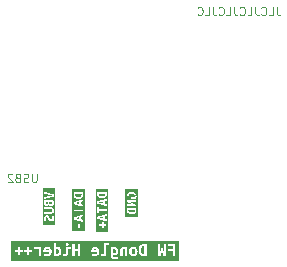
<source format=gbr>
%TF.GenerationSoftware,KiCad,Pcbnew,8.0.8*%
%TF.CreationDate,2025-02-21T00:18:55+11:00*%
%TF.ProjectId,FrameworkDongleHiderRetrofit,4672616d-6577-46f7-926b-446f6e676c65,rev?*%
%TF.SameCoordinates,Original*%
%TF.FileFunction,Legend,Bot*%
%TF.FilePolarity,Positive*%
%FSLAX46Y46*%
G04 Gerber Fmt 4.6, Leading zero omitted, Abs format (unit mm)*
G04 Created by KiCad (PCBNEW 8.0.8) date 2025-02-21 00:18:55*
%MOMM*%
%LPD*%
G01*
G04 APERTURE LIST*
%ADD10C,0.120000*%
%ADD11C,0.000000*%
%ADD12C,0.100000*%
%ADD13R,1.000000X0.380000*%
%ADD14R,1.150000X0.700000*%
%ADD15O,2.500000X1.300000*%
%ADD16R,1.500000X1.500000*%
G04 APERTURE END LIST*
D10*
X160910833Y-91798093D02*
X160910833Y-92298093D01*
X160910833Y-92298093D02*
X160944166Y-92398093D01*
X160944166Y-92398093D02*
X161010833Y-92464760D01*
X161010833Y-92464760D02*
X161110833Y-92498093D01*
X161110833Y-92498093D02*
X161177500Y-92498093D01*
X160244167Y-92498093D02*
X160577500Y-92498093D01*
X160577500Y-92498093D02*
X160577500Y-91798093D01*
X159610833Y-92431426D02*
X159644166Y-92464760D01*
X159644166Y-92464760D02*
X159744166Y-92498093D01*
X159744166Y-92498093D02*
X159810833Y-92498093D01*
X159810833Y-92498093D02*
X159910833Y-92464760D01*
X159910833Y-92464760D02*
X159977500Y-92398093D01*
X159977500Y-92398093D02*
X160010833Y-92331426D01*
X160010833Y-92331426D02*
X160044166Y-92198093D01*
X160044166Y-92198093D02*
X160044166Y-92098093D01*
X160044166Y-92098093D02*
X160010833Y-91964760D01*
X160010833Y-91964760D02*
X159977500Y-91898093D01*
X159977500Y-91898093D02*
X159910833Y-91831426D01*
X159910833Y-91831426D02*
X159810833Y-91798093D01*
X159810833Y-91798093D02*
X159744166Y-91798093D01*
X159744166Y-91798093D02*
X159644166Y-91831426D01*
X159644166Y-91831426D02*
X159610833Y-91864760D01*
X159110833Y-91798093D02*
X159110833Y-92298093D01*
X159110833Y-92298093D02*
X159144166Y-92398093D01*
X159144166Y-92398093D02*
X159210833Y-92464760D01*
X159210833Y-92464760D02*
X159310833Y-92498093D01*
X159310833Y-92498093D02*
X159377500Y-92498093D01*
X158444167Y-92498093D02*
X158777500Y-92498093D01*
X158777500Y-92498093D02*
X158777500Y-91798093D01*
X157810833Y-92431426D02*
X157844166Y-92464760D01*
X157844166Y-92464760D02*
X157944166Y-92498093D01*
X157944166Y-92498093D02*
X158010833Y-92498093D01*
X158010833Y-92498093D02*
X158110833Y-92464760D01*
X158110833Y-92464760D02*
X158177500Y-92398093D01*
X158177500Y-92398093D02*
X158210833Y-92331426D01*
X158210833Y-92331426D02*
X158244166Y-92198093D01*
X158244166Y-92198093D02*
X158244166Y-92098093D01*
X158244166Y-92098093D02*
X158210833Y-91964760D01*
X158210833Y-91964760D02*
X158177500Y-91898093D01*
X158177500Y-91898093D02*
X158110833Y-91831426D01*
X158110833Y-91831426D02*
X158010833Y-91798093D01*
X158010833Y-91798093D02*
X157944166Y-91798093D01*
X157944166Y-91798093D02*
X157844166Y-91831426D01*
X157844166Y-91831426D02*
X157810833Y-91864760D01*
X157310833Y-91798093D02*
X157310833Y-92298093D01*
X157310833Y-92298093D02*
X157344166Y-92398093D01*
X157344166Y-92398093D02*
X157410833Y-92464760D01*
X157410833Y-92464760D02*
X157510833Y-92498093D01*
X157510833Y-92498093D02*
X157577500Y-92498093D01*
X156644167Y-92498093D02*
X156977500Y-92498093D01*
X156977500Y-92498093D02*
X156977500Y-91798093D01*
X156010833Y-92431426D02*
X156044166Y-92464760D01*
X156044166Y-92464760D02*
X156144166Y-92498093D01*
X156144166Y-92498093D02*
X156210833Y-92498093D01*
X156210833Y-92498093D02*
X156310833Y-92464760D01*
X156310833Y-92464760D02*
X156377500Y-92398093D01*
X156377500Y-92398093D02*
X156410833Y-92331426D01*
X156410833Y-92331426D02*
X156444166Y-92198093D01*
X156444166Y-92198093D02*
X156444166Y-92098093D01*
X156444166Y-92098093D02*
X156410833Y-91964760D01*
X156410833Y-91964760D02*
X156377500Y-91898093D01*
X156377500Y-91898093D02*
X156310833Y-91831426D01*
X156310833Y-91831426D02*
X156210833Y-91798093D01*
X156210833Y-91798093D02*
X156144166Y-91798093D01*
X156144166Y-91798093D02*
X156044166Y-91831426D01*
X156044166Y-91831426D02*
X156010833Y-91864760D01*
X155510833Y-91798093D02*
X155510833Y-92298093D01*
X155510833Y-92298093D02*
X155544166Y-92398093D01*
X155544166Y-92398093D02*
X155610833Y-92464760D01*
X155610833Y-92464760D02*
X155710833Y-92498093D01*
X155710833Y-92498093D02*
X155777500Y-92498093D01*
X154844167Y-92498093D02*
X155177500Y-92498093D01*
X155177500Y-92498093D02*
X155177500Y-91798093D01*
X154210833Y-92431426D02*
X154244166Y-92464760D01*
X154244166Y-92464760D02*
X154344166Y-92498093D01*
X154344166Y-92498093D02*
X154410833Y-92498093D01*
X154410833Y-92498093D02*
X154510833Y-92464760D01*
X154510833Y-92464760D02*
X154577500Y-92398093D01*
X154577500Y-92398093D02*
X154610833Y-92331426D01*
X154610833Y-92331426D02*
X154644166Y-92198093D01*
X154644166Y-92198093D02*
X154644166Y-92098093D01*
X154644166Y-92098093D02*
X154610833Y-91964760D01*
X154610833Y-91964760D02*
X154577500Y-91898093D01*
X154577500Y-91898093D02*
X154510833Y-91831426D01*
X154510833Y-91831426D02*
X154410833Y-91798093D01*
X154410833Y-91798093D02*
X154344166Y-91798093D01*
X154344166Y-91798093D02*
X154244166Y-91831426D01*
X154244166Y-91831426D02*
X154210833Y-91864760D01*
X140594166Y-105907593D02*
X140594166Y-106474260D01*
X140594166Y-106474260D02*
X140560833Y-106540926D01*
X140560833Y-106540926D02*
X140527499Y-106574260D01*
X140527499Y-106574260D02*
X140460833Y-106607593D01*
X140460833Y-106607593D02*
X140327499Y-106607593D01*
X140327499Y-106607593D02*
X140260833Y-106574260D01*
X140260833Y-106574260D02*
X140227499Y-106540926D01*
X140227499Y-106540926D02*
X140194166Y-106474260D01*
X140194166Y-106474260D02*
X140194166Y-105907593D01*
X139894166Y-106574260D02*
X139794166Y-106607593D01*
X139794166Y-106607593D02*
X139627500Y-106607593D01*
X139627500Y-106607593D02*
X139560833Y-106574260D01*
X139560833Y-106574260D02*
X139527500Y-106540926D01*
X139527500Y-106540926D02*
X139494166Y-106474260D01*
X139494166Y-106474260D02*
X139494166Y-106407593D01*
X139494166Y-106407593D02*
X139527500Y-106340926D01*
X139527500Y-106340926D02*
X139560833Y-106307593D01*
X139560833Y-106307593D02*
X139627500Y-106274260D01*
X139627500Y-106274260D02*
X139760833Y-106240926D01*
X139760833Y-106240926D02*
X139827500Y-106207593D01*
X139827500Y-106207593D02*
X139860833Y-106174260D01*
X139860833Y-106174260D02*
X139894166Y-106107593D01*
X139894166Y-106107593D02*
X139894166Y-106040926D01*
X139894166Y-106040926D02*
X139860833Y-105974260D01*
X139860833Y-105974260D02*
X139827500Y-105940926D01*
X139827500Y-105940926D02*
X139760833Y-105907593D01*
X139760833Y-105907593D02*
X139594166Y-105907593D01*
X139594166Y-105907593D02*
X139494166Y-105940926D01*
X138960833Y-106240926D02*
X138860833Y-106274260D01*
X138860833Y-106274260D02*
X138827499Y-106307593D01*
X138827499Y-106307593D02*
X138794166Y-106374260D01*
X138794166Y-106374260D02*
X138794166Y-106474260D01*
X138794166Y-106474260D02*
X138827499Y-106540926D01*
X138827499Y-106540926D02*
X138860833Y-106574260D01*
X138860833Y-106574260D02*
X138927499Y-106607593D01*
X138927499Y-106607593D02*
X139194166Y-106607593D01*
X139194166Y-106607593D02*
X139194166Y-105907593D01*
X139194166Y-105907593D02*
X138960833Y-105907593D01*
X138960833Y-105907593D02*
X138894166Y-105940926D01*
X138894166Y-105940926D02*
X138860833Y-105974260D01*
X138860833Y-105974260D02*
X138827499Y-106040926D01*
X138827499Y-106040926D02*
X138827499Y-106107593D01*
X138827499Y-106107593D02*
X138860833Y-106174260D01*
X138860833Y-106174260D02*
X138894166Y-106207593D01*
X138894166Y-106207593D02*
X138960833Y-106240926D01*
X138960833Y-106240926D02*
X139194166Y-106240926D01*
X138527499Y-105974260D02*
X138494166Y-105940926D01*
X138494166Y-105940926D02*
X138427499Y-105907593D01*
X138427499Y-105907593D02*
X138260833Y-105907593D01*
X138260833Y-105907593D02*
X138194166Y-105940926D01*
X138194166Y-105940926D02*
X138160833Y-105974260D01*
X138160833Y-105974260D02*
X138127499Y-106040926D01*
X138127499Y-106040926D02*
X138127499Y-106107593D01*
X138127499Y-106107593D02*
X138160833Y-106207593D01*
X138160833Y-106207593D02*
X138560833Y-106607593D01*
X138560833Y-106607593D02*
X138127499Y-106607593D01*
D11*
%TO.C,kibuzzard-67B71FEC*%
G36*
X152646778Y-113270910D02*
G01*
X152310214Y-113270910D01*
X150890182Y-113270910D01*
X149688243Y-113270910D01*
X148775481Y-113270910D01*
X147660779Y-113270910D01*
X147235901Y-113270910D01*
X146226208Y-113270910D01*
X145483074Y-113270910D01*
X143599390Y-113270910D01*
X142987112Y-113270910D01*
X142313445Y-113270910D01*
X141444301Y-113270910D01*
X140759326Y-113270910D01*
X139806175Y-113270910D01*
X138998421Y-113270910D01*
X138744786Y-113270910D01*
X138408222Y-113270910D01*
X138408222Y-112359225D01*
X138744786Y-112359225D01*
X138744786Y-112522391D01*
X138998421Y-112522391D01*
X138998421Y-112803489D01*
X139169665Y-112803489D01*
X139169665Y-112522391D01*
X139423300Y-112522391D01*
X139423300Y-112359225D01*
X139552540Y-112359225D01*
X139552540Y-112522391D01*
X139806175Y-112522391D01*
X139806175Y-112803489D01*
X139977419Y-112803489D01*
X139977419Y-112522391D01*
X140231054Y-112522391D01*
X140231054Y-112359225D01*
X139977419Y-112359225D01*
X139977419Y-112123360D01*
X140361910Y-112123360D01*
X140397452Y-112307528D01*
X140443494Y-112297835D01*
X140497613Y-112288950D01*
X140550925Y-112283296D01*
X140594544Y-112281680D01*
X140676935Y-112285719D01*
X140759326Y-112301066D01*
X140759326Y-112864879D01*
X140959649Y-112864879D01*
X140959649Y-112475541D01*
X141159972Y-112475541D01*
X141160779Y-112515929D01*
X141163203Y-112549855D01*
X141655933Y-112549855D01*
X141640586Y-112616292D01*
X141594544Y-112666979D01*
X141524269Y-112699087D01*
X141436224Y-112709790D01*
X141322330Y-112696866D01*
X141231054Y-112671018D01*
X141203590Y-112840646D01*
X141313445Y-112870533D01*
X141444301Y-112882649D01*
X141536183Y-112876389D01*
X141617968Y-112857609D01*
X141653048Y-112842262D01*
X142024269Y-112842262D01*
X142085254Y-112858417D01*
X142158356Y-112871341D01*
X142236708Y-112879822D01*
X142313445Y-112882649D01*
X142422312Y-112870982D01*
X142511973Y-112835979D01*
X142516091Y-112832569D01*
X142772250Y-112832569D01*
X142887758Y-112872149D01*
X142987112Y-112882649D01*
X143058397Y-112876995D01*
X143100370Y-112864879D01*
X143599390Y-112864879D01*
X143798098Y-112864879D01*
X143798098Y-112423845D01*
X144063041Y-112423845D01*
X144063041Y-112864879D01*
X144261749Y-112864879D01*
X144261749Y-112475541D01*
X145198744Y-112475541D01*
X145199552Y-112515929D01*
X145201975Y-112549855D01*
X145694705Y-112549855D01*
X145679358Y-112616292D01*
X145633316Y-112666979D01*
X145563041Y-112699087D01*
X145474996Y-112709790D01*
X145361103Y-112696866D01*
X145269826Y-112671018D01*
X145242363Y-112840646D01*
X145352217Y-112870533D01*
X145483074Y-112882649D01*
X145574956Y-112876389D01*
X145656741Y-112857609D01*
X145713976Y-112832569D01*
X146003267Y-112832569D01*
X146025077Y-112843877D01*
X146069503Y-112860840D01*
X146136547Y-112876187D01*
X146226208Y-112882649D01*
X146344947Y-112862254D01*
X146426531Y-112801066D01*
X146473784Y-112700703D01*
X146489536Y-112562779D01*
X146489536Y-112129822D01*
X146857872Y-112129822D01*
X146857872Y-112772795D01*
X146867834Y-112885880D01*
X146897721Y-112977426D01*
X146947532Y-113047431D01*
X147019422Y-113096794D01*
X147115545Y-113126412D01*
X147235901Y-113136284D01*
X147305569Y-113132649D01*
X147372411Y-113121745D01*
X147497613Y-113087819D01*
X147460456Y-112919806D01*
X147361910Y-112952924D01*
X147232670Y-112968271D01*
X147147048Y-112956155D01*
X147093736Y-112923037D01*
X147066272Y-112873764D01*
X147058195Y-112813183D01*
X147058195Y-112782488D01*
X147134931Y-112806721D01*
X147210053Y-112814798D01*
X147301149Y-112804387D01*
X147376270Y-112773154D01*
X147435416Y-112721099D01*
X147478047Y-112650555D01*
X147503626Y-112563856D01*
X147512153Y-112461002D01*
X147509718Y-112436769D01*
X147660779Y-112436769D01*
X147660779Y-112864879D01*
X147859487Y-112864879D01*
X147859487Y-112462617D01*
X147865545Y-112370937D01*
X147883720Y-112309144D01*
X147982266Y-112262294D01*
X148026692Y-112263910D01*
X148072734Y-112268756D01*
X148072734Y-112864879D01*
X148271442Y-112864879D01*
X148271442Y-112483619D01*
X148418453Y-112483619D01*
X148424915Y-112569847D01*
X148444301Y-112647593D01*
X148475400Y-112716050D01*
X148516999Y-112774410D01*
X148568494Y-112821664D01*
X148629277Y-112856801D01*
X148698542Y-112878611D01*
X148775481Y-112885880D01*
X148852419Y-112878611D01*
X148921684Y-112856801D01*
X148982670Y-112821664D01*
X149034770Y-112774410D01*
X149076975Y-112716050D01*
X149108275Y-112647593D01*
X149127662Y-112569847D01*
X149134124Y-112483619D01*
X149127460Y-112398603D01*
X149118534Y-112364071D01*
X149224592Y-112364071D01*
X149233275Y-112492706D01*
X149259326Y-112600743D01*
X149300723Y-112689394D01*
X149355448Y-112759871D01*
X149422694Y-112812981D01*
X149501652Y-112849532D01*
X149590707Y-112870735D01*
X149688243Y-112877803D01*
X149792443Y-112872149D01*
X149901490Y-112853570D01*
X149901490Y-111877803D01*
X149816407Y-111864879D01*
X150833639Y-111864879D01*
X150838485Y-111989475D01*
X150843332Y-112117706D01*
X150848582Y-112247351D01*
X150854641Y-112376187D01*
X150861708Y-112503611D01*
X150869988Y-112629015D01*
X150879479Y-112750178D01*
X150890182Y-112864879D01*
X151054964Y-112864879D01*
X151090505Y-112759265D01*
X151126046Y-112645977D01*
X151161587Y-112531478D01*
X151197128Y-112422229D01*
X151233477Y-112528449D01*
X151271442Y-112643554D01*
X151308599Y-112758659D01*
X151342524Y-112864879D01*
X151507306Y-112864879D01*
X151519422Y-112749976D01*
X151529923Y-112628207D01*
X151539011Y-112502197D01*
X151546886Y-112374572D01*
X151553550Y-112245735D01*
X151559002Y-112116090D01*
X151562006Y-112029661D01*
X151697936Y-112029661D01*
X152111506Y-112029661D01*
X152111506Y-112271987D01*
X151749632Y-112271987D01*
X151749632Y-112436769D01*
X152111506Y-112436769D01*
X152111506Y-112864879D01*
X152310214Y-112864879D01*
X152310214Y-111864879D01*
X151697936Y-111864879D01*
X151697936Y-112029661D01*
X151562006Y-112029661D01*
X151563445Y-111988263D01*
X151567080Y-111864879D01*
X151382912Y-111864879D01*
X151384527Y-111961809D01*
X151386143Y-112061971D01*
X151387758Y-112163546D01*
X151389374Y-112264717D01*
X151390989Y-112364475D01*
X151392605Y-112461809D01*
X151393817Y-112554903D01*
X151394221Y-112641939D01*
X151361103Y-112528853D01*
X151325561Y-112407690D01*
X151294059Y-112297835D01*
X151271442Y-112218675D01*
X151126046Y-112218675D01*
X151106660Y-112294604D01*
X151078389Y-112394766D01*
X151044463Y-112512698D01*
X151008114Y-112641939D01*
X151008518Y-112554903D01*
X151009729Y-112461809D01*
X151011345Y-112364677D01*
X151012960Y-112265525D01*
X151014576Y-112164758D01*
X151016191Y-112062779D01*
X151017403Y-111962011D01*
X151017807Y-111864879D01*
X150833639Y-111864879D01*
X149816407Y-111864879D01*
X149773865Y-111858417D01*
X149662395Y-111853570D01*
X149568090Y-111860840D01*
X149482266Y-111882649D01*
X149406943Y-111920008D01*
X149344140Y-111973926D01*
X149293857Y-112044604D01*
X149256095Y-112132246D01*
X149232468Y-112238263D01*
X149224592Y-112364071D01*
X149118534Y-112364071D01*
X149107468Y-112321260D01*
X149075561Y-112253005D01*
X149033154Y-112195250D01*
X148980852Y-112148805D01*
X148919261Y-112114475D01*
X148850198Y-112093271D01*
X148775481Y-112086204D01*
X148699754Y-112093271D01*
X148630893Y-112114475D01*
X148569907Y-112148805D01*
X148517807Y-112195250D01*
X148475602Y-112253005D01*
X148444301Y-112321260D01*
X148424915Y-112398603D01*
X148418453Y-112483619D01*
X148271442Y-112483619D01*
X148271442Y-112129822D01*
X148211870Y-112115687D01*
X148139778Y-112102359D01*
X148057993Y-112092666D01*
X147969342Y-112089435D01*
X147886547Y-112095695D01*
X147819099Y-112114475D01*
X147724592Y-112185557D01*
X147675319Y-112295412D01*
X147664414Y-112362658D01*
X147660779Y-112436769D01*
X147509718Y-112436769D01*
X147500665Y-112346659D01*
X147466200Y-112253498D01*
X147408760Y-112181519D01*
X147331575Y-112130361D01*
X147237875Y-112099666D01*
X147127662Y-112089435D01*
X147042399Y-112093922D01*
X146952469Y-112107385D01*
X146857872Y-112129822D01*
X146489536Y-112129822D01*
X146489536Y-111918191D01*
X146699552Y-111918191D01*
X146699552Y-111753409D01*
X146290828Y-111753409D01*
X146290828Y-112577318D01*
X146260133Y-112682326D01*
X146182589Y-112709790D01*
X146082427Y-112693635D01*
X146029116Y-112672633D01*
X146003267Y-112832569D01*
X145713976Y-112832569D01*
X145727823Y-112826511D01*
X145787597Y-112783296D01*
X145835456Y-112728166D01*
X145870796Y-112661325D01*
X145892605Y-112582569D01*
X145899875Y-112491696D01*
X145892201Y-112397593D01*
X145869180Y-112315606D01*
X145833639Y-112245937D01*
X145788405Y-112188788D01*
X145734689Y-112144160D01*
X145673704Y-112112052D01*
X145608275Y-112092666D01*
X145541232Y-112086204D01*
X145438198Y-112097243D01*
X145353115Y-112130361D01*
X145285981Y-112185557D01*
X145237516Y-112261935D01*
X145208437Y-112358596D01*
X145198744Y-112475541D01*
X144261749Y-112475541D01*
X144261749Y-111864879D01*
X144063041Y-111864879D01*
X144063041Y-112259063D01*
X143798098Y-112259063D01*
X143798098Y-111864879D01*
X143599390Y-111864879D01*
X143599390Y-112864879D01*
X143100370Y-112864879D01*
X143117161Y-112860032D01*
X143201167Y-112794604D01*
X143245594Y-112690404D01*
X143255287Y-112624572D01*
X143258518Y-112549855D01*
X143258518Y-112270372D01*
X143468534Y-112270372D01*
X143468534Y-112105590D01*
X143193897Y-112105590D01*
X143059810Y-112105590D01*
X143059810Y-112575703D01*
X143034770Y-112676672D01*
X142951571Y-112709790D01*
X142885335Y-112702520D01*
X142798098Y-112672633D01*
X142772250Y-112832569D01*
X142516091Y-112832569D01*
X142582427Y-112777641D01*
X142633136Y-112699020D01*
X142663562Y-112603166D01*
X142673704Y-112490081D01*
X142665177Y-112374931D01*
X142639598Y-112277193D01*
X142596967Y-112196866D01*
X142537642Y-112137182D01*
X142461982Y-112101371D01*
X142369988Y-112089435D01*
X142290828Y-112098320D01*
X142222977Y-112123360D01*
X142222977Y-111887496D01*
X143067888Y-111887496D01*
X143105044Y-111979580D01*
X143193897Y-112013506D01*
X143281943Y-111979580D01*
X143318292Y-111887496D01*
X143281943Y-111793796D01*
X143193897Y-111759871D01*
X143105044Y-111793796D01*
X143067888Y-111887496D01*
X142222977Y-111887496D01*
X142222977Y-111777641D01*
X142024269Y-111743716D01*
X142024269Y-112842262D01*
X141653048Y-112842262D01*
X141689051Y-112826511D01*
X141748825Y-112783296D01*
X141796684Y-112728166D01*
X141832023Y-112661325D01*
X141853833Y-112582569D01*
X141861103Y-112491696D01*
X141853429Y-112397593D01*
X141830408Y-112315606D01*
X141794867Y-112245937D01*
X141749632Y-112188788D01*
X141695917Y-112144160D01*
X141634931Y-112112052D01*
X141569503Y-112092666D01*
X141502460Y-112086204D01*
X141399426Y-112097243D01*
X141314343Y-112130361D01*
X141247209Y-112185557D01*
X141198744Y-112261935D01*
X141169665Y-112358596D01*
X141159972Y-112475541D01*
X140959649Y-112475541D01*
X140959649Y-112155670D01*
X140879479Y-112129418D01*
X140797290Y-112108821D01*
X140707023Y-112095493D01*
X140602621Y-112091050D01*
X140556579Y-112092666D01*
X140492767Y-112098320D01*
X140424107Y-112108013D01*
X140361910Y-112123360D01*
X139977419Y-112123360D01*
X139977419Y-112078126D01*
X139806175Y-112078126D01*
X139806175Y-112359225D01*
X139552540Y-112359225D01*
X139423300Y-112359225D01*
X139169665Y-112359225D01*
X139169665Y-112078126D01*
X138998421Y-112078126D01*
X138998421Y-112359225D01*
X138744786Y-112359225D01*
X138408222Y-112359225D01*
X138408222Y-111609090D01*
X138744786Y-111609090D01*
X152310214Y-111609090D01*
X152646778Y-111609090D01*
X152646778Y-113270910D01*
G37*
G36*
X149673704Y-112027237D02*
G01*
X149702783Y-112031276D01*
X149702783Y-112703328D01*
X149685012Y-112704943D01*
X149667242Y-112704943D01*
X149553348Y-112679095D01*
X149479035Y-112608013D01*
X149438647Y-112500582D01*
X149429560Y-112435355D01*
X149426531Y-112364071D01*
X149436224Y-112238061D01*
X149470149Y-112129822D01*
X149536385Y-112054701D01*
X149644624Y-112026430D01*
X149673704Y-112027237D01*
G37*
G36*
X148843534Y-112274612D02*
G01*
X148892605Y-112321260D01*
X148922290Y-112393352D01*
X148932185Y-112485234D01*
X148923098Y-112577318D01*
X148895836Y-112650016D01*
X148848380Y-112697270D01*
X148778712Y-112713021D01*
X148710658Y-112697270D01*
X148661587Y-112650016D01*
X148631902Y-112577318D01*
X148622007Y-112485234D01*
X148631095Y-112393352D01*
X148658356Y-112321260D01*
X148705812Y-112274612D01*
X148775481Y-112259063D01*
X148843534Y-112274612D01*
G37*
G36*
X142397452Y-112274814D02*
G01*
X142439455Y-112317221D01*
X142463687Y-112386284D01*
X142471765Y-112480388D01*
X142462274Y-112572876D01*
X142433800Y-112646785D01*
X142384326Y-112695250D01*
X142311830Y-112711405D01*
X142266595Y-112709790D01*
X142222977Y-112704943D01*
X142222977Y-112291373D01*
X142274673Y-112269564D01*
X142336062Y-112260679D01*
X142397452Y-112274814D01*
G37*
G36*
X147232670Y-112274321D02*
G01*
X147290828Y-112344326D01*
X147310214Y-112461002D01*
X147301733Y-112543595D01*
X147276288Y-112603974D01*
X147169665Y-112653247D01*
X147109083Y-112645170D01*
X147058195Y-112624168D01*
X147058195Y-112259063D01*
X147098582Y-112252601D01*
X147135739Y-112250985D01*
X147232670Y-112274321D01*
G37*
G36*
X141566272Y-112265525D02*
G01*
X141613122Y-112301066D01*
X141642201Y-112352763D01*
X141655933Y-112412536D01*
X141352217Y-112412536D01*
X141360295Y-112353570D01*
X141386143Y-112302682D01*
X141431377Y-112266333D01*
X141499229Y-112252601D01*
X141566272Y-112265525D01*
G37*
G36*
X145605044Y-112265525D02*
G01*
X145651894Y-112301066D01*
X145680973Y-112352763D01*
X145694705Y-112412536D01*
X145390989Y-112412536D01*
X145399067Y-112353570D01*
X145424915Y-112302682D01*
X145470149Y-112266333D01*
X145538001Y-112252601D01*
X145605044Y-112265525D01*
G37*
%TO.C,kibuzzard-67B71C43*%
G36*
X149152648Y-108525703D02*
G01*
X149152648Y-108953489D01*
X149152648Y-109324410D01*
X149152648Y-109593662D01*
X148102352Y-109593662D01*
X148102352Y-109324410D01*
X148102352Y-108974168D01*
X148219099Y-108974168D01*
X148224915Y-109049612D01*
X148242363Y-109118271D01*
X148272250Y-109178530D01*
X148315384Y-109228772D01*
X148371926Y-109268998D01*
X148442040Y-109299208D01*
X148526854Y-109318110D01*
X148627500Y-109324410D01*
X148730408Y-109317464D01*
X148816838Y-109296624D01*
X148887758Y-109263506D01*
X148944140Y-109219725D01*
X148986628Y-109165929D01*
X149015868Y-109102763D01*
X149032831Y-109031519D01*
X149038485Y-108953489D01*
X149033962Y-108870129D01*
X149019099Y-108782892D01*
X148238485Y-108782892D01*
X148222977Y-108884992D01*
X148219099Y-108974168D01*
X148102352Y-108974168D01*
X148102352Y-108126349D01*
X148228146Y-108126349D01*
X148228146Y-108254297D01*
X148287435Y-108290485D01*
X148351571Y-108326672D01*
X148417968Y-108362375D01*
X148484043Y-108397108D01*
X148548986Y-108430065D01*
X148611991Y-108460436D01*
X148670149Y-108487415D01*
X148720553Y-108510194D01*
X148228146Y-108510194D01*
X148228146Y-108653651D01*
X149028146Y-108653651D01*
X149028146Y-108525703D01*
X148939473Y-108488438D01*
X148850943Y-108449020D01*
X148762557Y-108407447D01*
X148674170Y-108363721D01*
X148585640Y-108317841D01*
X148496967Y-108269806D01*
X149028146Y-108269806D01*
X149028146Y-108126349D01*
X148228146Y-108126349D01*
X148102352Y-108126349D01*
X148102352Y-107801955D01*
X148210053Y-107801955D01*
X148217161Y-107885315D01*
X148233316Y-107949289D01*
X148252702Y-107993877D01*
X148268211Y-108020372D01*
X148394867Y-107979015D01*
X148362557Y-107909225D01*
X148348340Y-107823926D01*
X148369019Y-107728288D01*
X148426531Y-107664313D01*
X148514414Y-107628126D01*
X148568211Y-107619887D01*
X148627500Y-107617141D01*
X148714737Y-107622167D01*
X148785174Y-107637245D01*
X148838809Y-107662375D01*
X148889697Y-107718271D01*
X148906660Y-107795493D01*
X148905368Y-107826511D01*
X148901490Y-107857528D01*
X148609406Y-107857528D01*
X148609406Y-108016494D01*
X149008760Y-108016494D01*
X149032023Y-107927964D01*
X149041716Y-107861567D01*
X149044947Y-107782569D01*
X149038324Y-107711325D01*
X149018453Y-107647512D01*
X148985497Y-107591777D01*
X148939616Y-107544766D01*
X148880812Y-107506963D01*
X148809083Y-107478853D01*
X148724592Y-107461405D01*
X148627500Y-107455590D01*
X148531377Y-107462375D01*
X148447209Y-107482730D01*
X148375319Y-107514717D01*
X148316030Y-107556397D01*
X148269665Y-107607124D01*
X148236547Y-107666252D01*
X148216676Y-107731842D01*
X148210053Y-107801955D01*
X148102352Y-107801955D01*
X148102352Y-107455590D01*
X148102352Y-107186338D01*
X149152648Y-107186338D01*
X149152648Y-107455590D01*
X149152648Y-107782569D01*
X149152648Y-108525703D01*
G37*
G36*
X148900198Y-108956074D02*
G01*
X148900198Y-108970291D01*
X148879519Y-109061405D01*
X148822653Y-109120856D01*
X148736708Y-109153166D01*
X148684527Y-109160436D01*
X148627500Y-109162859D01*
X148526692Y-109155105D01*
X148440101Y-109127964D01*
X148380004Y-109074976D01*
X148357387Y-108988384D01*
X148358033Y-108965121D01*
X148361264Y-108941858D01*
X148898905Y-108941858D01*
X148900198Y-108956074D01*
G37*
%TO.C,kibuzzard-67B71C3E*%
G36*
X144644894Y-108522795D02*
G01*
X144644894Y-109108255D01*
X144644894Y-109815202D01*
X144644894Y-110497593D01*
X144644894Y-110766844D01*
X143610106Y-110766844D01*
X143610106Y-110497593D01*
X143610106Y-110143473D01*
X144117161Y-110143473D01*
X144117161Y-110497593D01*
X144273542Y-110497593D01*
X144273542Y-110143473D01*
X144117161Y-110143473D01*
X143610106Y-110143473D01*
X143610106Y-109590323D01*
X143726854Y-109590323D01*
X143726854Y-109763506D01*
X143816070Y-109791898D01*
X143907952Y-109820210D01*
X144002500Y-109848441D01*
X144099713Y-109876591D01*
X144179868Y-109898950D01*
X144262660Y-109921050D01*
X144348088Y-109942892D01*
X144436153Y-109964475D01*
X144526854Y-109985800D01*
X144526854Y-109815202D01*
X144342040Y-109777722D01*
X144342040Y-109564475D01*
X144526854Y-109528288D01*
X144526854Y-109362859D01*
X144433930Y-109385658D01*
X144344366Y-109408559D01*
X144258162Y-109431564D01*
X144175319Y-109454672D01*
X144095836Y-109477884D01*
X143999834Y-109506721D01*
X143906337Y-109535073D01*
X143815343Y-109562940D01*
X143726854Y-109590323D01*
X143610106Y-109590323D01*
X143610106Y-108737334D01*
X143726854Y-108737334D01*
X143726854Y-109318918D01*
X143858679Y-109318918D01*
X143858679Y-109108255D01*
X144526854Y-109108255D01*
X144526854Y-108947997D01*
X143858679Y-108947997D01*
X143858679Y-108737334D01*
X143726854Y-108737334D01*
X143610106Y-108737334D01*
X143610106Y-108297916D01*
X143726854Y-108297916D01*
X143726854Y-108471099D01*
X143816070Y-108499491D01*
X143907952Y-108527803D01*
X144002500Y-108556034D01*
X144099713Y-108584184D01*
X144179868Y-108606543D01*
X144262660Y-108628643D01*
X144348088Y-108650485D01*
X144436153Y-108672068D01*
X144526854Y-108693393D01*
X144526854Y-108522795D01*
X144342040Y-108485315D01*
X144342040Y-108272068D01*
X144526854Y-108235880D01*
X144526854Y-108070452D01*
X144433930Y-108093250D01*
X144344366Y-108116152D01*
X144258162Y-108139157D01*
X144175319Y-108162265D01*
X144095836Y-108185477D01*
X143999834Y-108214313D01*
X143906337Y-108242666D01*
X143815343Y-108270533D01*
X143726854Y-108297916D01*
X143610106Y-108297916D01*
X143610106Y-107673683D01*
X143717807Y-107673683D01*
X143723623Y-107749128D01*
X143741070Y-107817787D01*
X143770957Y-107878045D01*
X143814091Y-107928288D01*
X143870634Y-107968514D01*
X143940747Y-107998724D01*
X144025561Y-108017625D01*
X144126208Y-108023926D01*
X144229116Y-108016979D01*
X144315545Y-107996139D01*
X144386466Y-107963021D01*
X144442847Y-107919241D01*
X144485335Y-107865444D01*
X144514576Y-107802278D01*
X144531539Y-107731034D01*
X144537193Y-107653005D01*
X144532670Y-107569645D01*
X144517807Y-107482407D01*
X143737193Y-107482407D01*
X143721684Y-107584507D01*
X143717807Y-107673683D01*
X143610106Y-107673683D01*
X143610106Y-107482407D01*
X143610106Y-107213156D01*
X144644894Y-107213156D01*
X144644894Y-107482407D01*
X144644894Y-107653005D01*
X144644894Y-108522795D01*
G37*
G36*
X144398905Y-107655590D02*
G01*
X144398905Y-107669806D01*
X144378227Y-107760921D01*
X144321361Y-107820372D01*
X144235416Y-107852682D01*
X144183235Y-107859952D01*
X144126208Y-107862375D01*
X144025400Y-107854620D01*
X143938809Y-107827480D01*
X143878712Y-107774491D01*
X143856095Y-107687900D01*
X143856741Y-107664637D01*
X143859972Y-107641373D01*
X144397613Y-107641373D01*
X144398905Y-107655590D01*
G37*
G36*
X144210214Y-108458174D02*
G01*
X144127500Y-108442666D01*
X144048017Y-108425218D01*
X143967888Y-108404540D01*
X143881943Y-108380630D01*
X143967888Y-108356721D01*
X144048017Y-108336042D01*
X144127500Y-108317948D01*
X144210214Y-108301793D01*
X144210214Y-108458174D01*
G37*
G36*
X144210214Y-109750582D02*
G01*
X144127500Y-109735073D01*
X144048017Y-109717625D01*
X143967888Y-109696947D01*
X143881943Y-109673037D01*
X143967888Y-109649128D01*
X144048017Y-109628449D01*
X144127500Y-109610355D01*
X144210214Y-109594200D01*
X144210214Y-109750582D01*
G37*
%TO.C,kibuzzard-67B71C39*%
G36*
X146644894Y-108475622D02*
G01*
X146644894Y-109061082D01*
X146644894Y-109768029D01*
X146644894Y-110341858D01*
X146644894Y-110544766D01*
X146644894Y-110814017D01*
X145610106Y-110814017D01*
X145610106Y-110544766D01*
X145610106Y-110204863D01*
X145897452Y-110204863D01*
X145897452Y-110341858D01*
X146122330Y-110341858D01*
X146122330Y-110544766D01*
X146252863Y-110544766D01*
X146252863Y-110341858D01*
X146477742Y-110341858D01*
X146477742Y-110204863D01*
X146252863Y-110204863D01*
X146252863Y-110001955D01*
X146122330Y-110001955D01*
X146122330Y-110204863D01*
X145897452Y-110204863D01*
X145610106Y-110204863D01*
X145610106Y-109543150D01*
X145726854Y-109543150D01*
X145726854Y-109716333D01*
X145816070Y-109744725D01*
X145907952Y-109773037D01*
X146002500Y-109801268D01*
X146099713Y-109829418D01*
X146179868Y-109851777D01*
X146262660Y-109873877D01*
X146348088Y-109895719D01*
X146436153Y-109917302D01*
X146526854Y-109938627D01*
X146526854Y-109768029D01*
X146342040Y-109730549D01*
X146342040Y-109517302D01*
X146526854Y-109481115D01*
X146526854Y-109315687D01*
X146433930Y-109338485D01*
X146344366Y-109361386D01*
X146258162Y-109384391D01*
X146175319Y-109407499D01*
X146095836Y-109430711D01*
X145999834Y-109459548D01*
X145906337Y-109487900D01*
X145815343Y-109515767D01*
X145726854Y-109543150D01*
X145610106Y-109543150D01*
X145610106Y-108690162D01*
X145726854Y-108690162D01*
X145726854Y-109271745D01*
X145858679Y-109271745D01*
X145858679Y-109061082D01*
X146526854Y-109061082D01*
X146526854Y-108900824D01*
X145858679Y-108900824D01*
X145858679Y-108690162D01*
X145726854Y-108690162D01*
X145610106Y-108690162D01*
X145610106Y-108250743D01*
X145726854Y-108250743D01*
X145726854Y-108423926D01*
X145816070Y-108452318D01*
X145907952Y-108480630D01*
X146002500Y-108508861D01*
X146099713Y-108537011D01*
X146179868Y-108559370D01*
X146262660Y-108581470D01*
X146348088Y-108603312D01*
X146436153Y-108624895D01*
X146526854Y-108646220D01*
X146526854Y-108475622D01*
X146342040Y-108438142D01*
X146342040Y-108224895D01*
X146526854Y-108188708D01*
X146526854Y-108023279D01*
X146433930Y-108046078D01*
X146344366Y-108068979D01*
X146258162Y-108091984D01*
X146175319Y-108115092D01*
X146095836Y-108138304D01*
X145999834Y-108167141D01*
X145906337Y-108195493D01*
X145815343Y-108223360D01*
X145726854Y-108250743D01*
X145610106Y-108250743D01*
X145610106Y-107626511D01*
X145717807Y-107626511D01*
X145723623Y-107701955D01*
X145741070Y-107770614D01*
X145770957Y-107830872D01*
X145814091Y-107881115D01*
X145870634Y-107921341D01*
X145940747Y-107951551D01*
X146025561Y-107970452D01*
X146126208Y-107976753D01*
X146229116Y-107969806D01*
X146315545Y-107948966D01*
X146386466Y-107915848D01*
X146442847Y-107872068D01*
X146485335Y-107818271D01*
X146514576Y-107755105D01*
X146531539Y-107683861D01*
X146537193Y-107605832D01*
X146532670Y-107522472D01*
X146517807Y-107435234D01*
X145737193Y-107435234D01*
X145721684Y-107537334D01*
X145717807Y-107626511D01*
X145610106Y-107626511D01*
X145610106Y-107435234D01*
X145610106Y-107165983D01*
X146644894Y-107165983D01*
X146644894Y-107435234D01*
X146644894Y-107605832D01*
X146644894Y-108475622D01*
G37*
G36*
X146398905Y-107608417D02*
G01*
X146398905Y-107622633D01*
X146378227Y-107713748D01*
X146321361Y-107773199D01*
X146235416Y-107805509D01*
X146183235Y-107812779D01*
X146126208Y-107815202D01*
X146025400Y-107807447D01*
X145938809Y-107780307D01*
X145878712Y-107727318D01*
X145856095Y-107640727D01*
X145856741Y-107617464D01*
X145859972Y-107594200D01*
X146397613Y-107594200D01*
X146398905Y-107608417D01*
G37*
G36*
X146210214Y-108411002D02*
G01*
X146127500Y-108395493D01*
X146048017Y-108378045D01*
X145967888Y-108357367D01*
X145881943Y-108333457D01*
X145967888Y-108309548D01*
X146048017Y-108288869D01*
X146127500Y-108270775D01*
X146210214Y-108254620D01*
X146210214Y-108411002D01*
G37*
G36*
X146210214Y-109703409D02*
G01*
X146127500Y-109687900D01*
X146048017Y-109670452D01*
X145967888Y-109649774D01*
X145881943Y-109625864D01*
X145967888Y-109601955D01*
X146048017Y-109581276D01*
X146127500Y-109563183D01*
X146210214Y-109547027D01*
X146210214Y-109703409D01*
G37*
%TO.C,kibuzzard-67B71C1E*%
G36*
X142152648Y-108353328D02*
G01*
X142152648Y-109027964D01*
X142152648Y-109653489D01*
X142152648Y-109948158D01*
X142152648Y-110217410D01*
X141102352Y-110217410D01*
X141102352Y-109948158D01*
X141102352Y-109690969D01*
X141210053Y-109690969D01*
X141214253Y-109759952D01*
X141226854Y-109819564D01*
X141264334Y-109911971D01*
X141387112Y-109865444D01*
X141356095Y-109793716D01*
X141343170Y-109702601D01*
X141353366Y-109632237D01*
X141383953Y-109590018D01*
X141434931Y-109575945D01*
X141475642Y-109588869D01*
X141506660Y-109621826D01*
X141530569Y-109667060D01*
X141549956Y-109716817D01*
X141581620Y-109795008D01*
X141628146Y-109869968D01*
X141700521Y-109926187D01*
X141749471Y-109942666D01*
X141809729Y-109948158D01*
X141909406Y-109929903D01*
X141983558Y-109875137D01*
X142017663Y-109818056D01*
X142038126Y-109744173D01*
X142044947Y-109653489D01*
X142039616Y-109563990D01*
X142023623Y-109494523D01*
X141984204Y-109405347D01*
X141854964Y-109451874D01*
X141893736Y-109535234D01*
X141907306Y-109589031D01*
X141911830Y-109653489D01*
X141903429Y-109720048D01*
X141880166Y-109762052D01*
X141846563Y-109783376D01*
X141808437Y-109789192D01*
X141764495Y-109774976D01*
X141730246Y-109738788D01*
X141703106Y-109689677D01*
X141680489Y-109635396D01*
X141650763Y-109560436D01*
X141608114Y-109490000D01*
X141544140Y-109437658D01*
X141449148Y-109416979D01*
X141348986Y-109435234D01*
X141273380Y-109490000D01*
X141238198Y-109544784D01*
X141217089Y-109611773D01*
X141210053Y-109690969D01*
X141102352Y-109690969D01*
X141102352Y-108757851D01*
X141228146Y-108757851D01*
X141228146Y-108918110D01*
X141728308Y-108918110D01*
X141812960Y-108923279D01*
X141867888Y-108940727D01*
X141897613Y-108974976D01*
X141906660Y-109030549D01*
X141897613Y-109086123D01*
X141867242Y-109121018D01*
X141811668Y-109139111D01*
X141727015Y-109144281D01*
X141228146Y-109144281D01*
X141228146Y-109303247D01*
X141738647Y-109303247D01*
X141805206Y-109300016D01*
X141865303Y-109290323D01*
X141917968Y-109272553D01*
X141962233Y-109245089D01*
X141997613Y-109207609D01*
X142023623Y-109159790D01*
X142039616Y-109100339D01*
X142044947Y-109027964D01*
X142039616Y-108956721D01*
X142023623Y-108898078D01*
X141962233Y-108814717D01*
X141917968Y-108788223D01*
X141865303Y-108770775D01*
X141805206Y-108761082D01*
X141738647Y-108757851D01*
X141228146Y-108757851D01*
X141102352Y-108757851D01*
X141102352Y-108337819D01*
X141219099Y-108337819D01*
X141223784Y-108419887D01*
X141237839Y-108485153D01*
X141286951Y-108574330D01*
X141354802Y-108618271D01*
X141429762Y-108629903D01*
X141483397Y-108622956D01*
X141530569Y-108602116D01*
X141600359Y-108527803D01*
X141635254Y-108596139D01*
X141680489Y-108638304D01*
X141732185Y-108660113D01*
X141786466Y-108667383D01*
X141852863Y-108661244D01*
X141907306Y-108642827D01*
X141984851Y-108576268D01*
X142009729Y-108530388D01*
X142026208Y-108476753D01*
X142035416Y-108417141D01*
X142038485Y-108353328D01*
X142037032Y-108299370D01*
X142032670Y-108243473D01*
X142025400Y-108186931D01*
X142015222Y-108131034D01*
X141238485Y-108131034D01*
X141224915Y-108230549D01*
X141219099Y-108337819D01*
X141102352Y-108337819D01*
X141102352Y-107431842D01*
X141228146Y-107431842D01*
X141228146Y-107599855D01*
X141295190Y-107609548D01*
X141372250Y-107623118D01*
X141455610Y-107639435D01*
X141541555Y-107657367D01*
X141628146Y-107676753D01*
X141713445Y-107697431D01*
X141793736Y-107718595D01*
X141865303Y-107739435D01*
X141794705Y-107760113D01*
X141714737Y-107780792D01*
X141629439Y-107800824D01*
X141542847Y-107819564D01*
X141456741Y-107837011D01*
X141372896Y-107853166D01*
X141295351Y-107867383D01*
X141228146Y-107879015D01*
X141228146Y-108045735D01*
X141310214Y-108028449D01*
X141401329Y-108007609D01*
X141499390Y-107983376D01*
X141602298Y-107955913D01*
X141672950Y-107935880D01*
X141744463Y-107914556D01*
X141816838Y-107891939D01*
X141888853Y-107868388D01*
X141959290Y-107844263D01*
X142028146Y-107819564D01*
X142028146Y-107655428D01*
X141933154Y-107623441D01*
X141826531Y-107589515D01*
X141751643Y-107566683D01*
X141676899Y-107544712D01*
X141602298Y-107523603D01*
X141529133Y-107503642D01*
X141458697Y-107485118D01*
X141390989Y-107468029D01*
X141300521Y-107446704D01*
X141228146Y-107431842D01*
X141102352Y-107431842D01*
X141102352Y-107162590D01*
X142152648Y-107162590D01*
X142152648Y-107431842D01*
X142152648Y-107655428D01*
X142152648Y-108353328D01*
G37*
G36*
X141898905Y-108326834D02*
G01*
X141900198Y-108366252D01*
X141895674Y-108419241D01*
X141878873Y-108465121D01*
X141843978Y-108498078D01*
X141786466Y-108511002D01*
X141703106Y-108474168D01*
X141677904Y-108375299D01*
X141677904Y-108290000D01*
X141895028Y-108290000D01*
X141898905Y-108326834D01*
G37*
G36*
X141546078Y-108352036D02*
G01*
X141519584Y-108443796D01*
X141446563Y-108474814D01*
X141400683Y-108465767D01*
X141373542Y-108441212D01*
X141360618Y-108405024D01*
X141357387Y-108362375D01*
X141358679Y-108324895D01*
X141362557Y-108290000D01*
X141546078Y-108290000D01*
X141546078Y-108352036D01*
G37*
%TD*%
%LPC*%
D12*
X135577500Y-106240000D02*
X137177500Y-106240000D01*
X137177500Y-108365000D01*
X135577500Y-108365000D01*
X135577500Y-106240000D01*
G36*
X135577500Y-106240000D02*
G01*
X137177500Y-106240000D01*
X137177500Y-108365000D01*
X135577500Y-108365000D01*
X135577500Y-106240000D01*
G37*
X135577500Y-95240000D02*
X137177500Y-95240000D01*
X137177500Y-97265000D01*
X135577500Y-97265000D01*
X135577500Y-95240000D01*
G36*
X135577500Y-95240000D02*
G01*
X137177500Y-95240000D01*
X137177500Y-97265000D01*
X135577500Y-97265000D01*
X135577500Y-95240000D01*
G37*
D13*
%TO.C,P1*%
X137327500Y-98990000D03*
X137327500Y-99490000D03*
X137327500Y-99990000D03*
X137327500Y-100490000D03*
X137327500Y-100990000D03*
X137327500Y-102490000D03*
X137327500Y-102990000D03*
X137327500Y-103490000D03*
X137327500Y-103990000D03*
X137327500Y-104490000D03*
D14*
X138167500Y-98320000D03*
%TD*%
D15*
%TO.C,J3*%
X152447500Y-109700000D03*
X157947500Y-109700000D03*
X157947500Y-93800000D03*
%TD*%
D16*
%TO.C,USB2*%
X141602500Y-106240000D03*
X144102500Y-106240000D03*
X146102500Y-106240000D03*
X148602500Y-106240000D03*
%TD*%
%LPD*%
M02*

</source>
